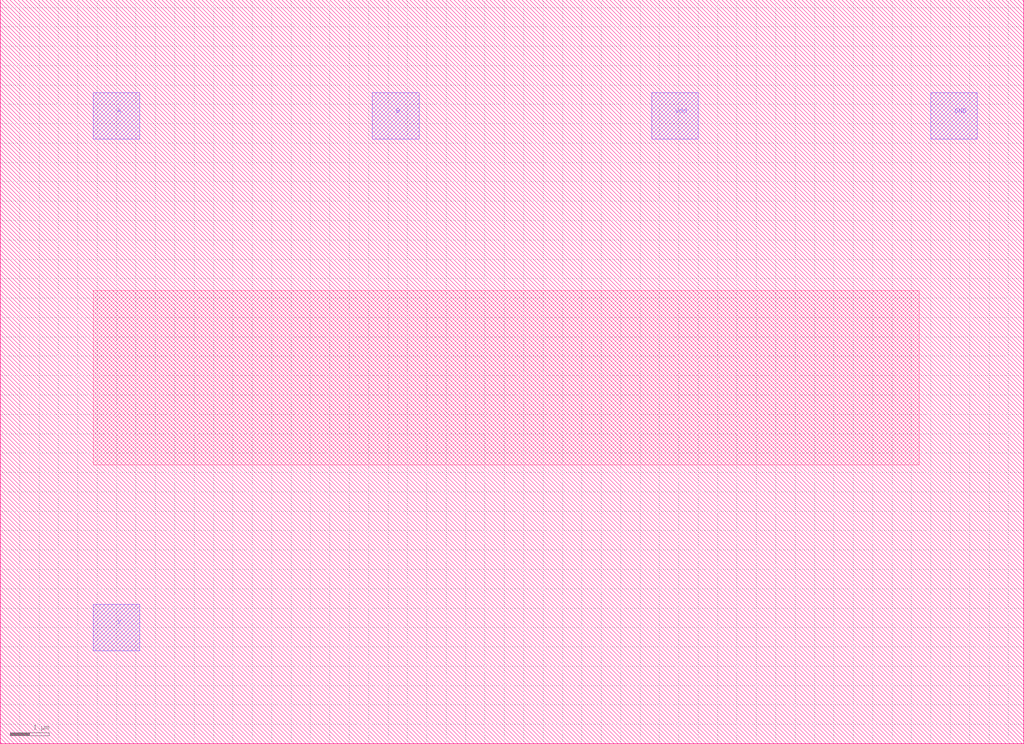
<source format=lef>
VERSION 5.6 ;

BUSBITCHARS "[]" ;

DIVIDERCHAR "/" ;

UNITS
    DATABASE MICRONS 2000 ;
END UNITS

MANUFACTURINGGRID 0.000500 ; 

CLEARANCEMEASURE EUCLIDEAN ; 

USEMINSPACING OBS ON ; 

SITE CoreSite
    CLASS CORE ;
    SIZE 2.400000 BY 2.400000 ;
END CoreSite

LAYER m1
   TYPE ROUTING ;
   DIRECTION VERTICAL ;
   MINWIDTH 1.200000 ;
   AREA 0.810000 ;
   WIDTH 1.200000 ;
   SPACINGTABLE
      PARALLELRUNLENGTH 0.0
      WIDTH 0.0 1.200000 ;
   PITCH 2.400000 2.400000 ;
END m1

LAYER v1
    TYPE CUT ;
    SPACING 0.900000 ;
    WIDTH 0.600000 ;
    ENCLOSURE ABOVE 0.300000 0.300000 ;
    ENCLOSURE BELOW 0.300000 0.300000 ;
END v1

LAYER m2
   TYPE ROUTING ;
   DIRECTION HORIZONTAL ;
   MINWIDTH 1.200000 ;
   AREA 0.810000 ;
   WIDTH 1.200000 ;
   SPACINGTABLE
      PARALLELRUNLENGTH 0.0
      WIDTH 0.0 1.200000 ;
   PITCH 2.400000 2.400000 ;
END m2

LAYER v2
    TYPE CUT ;
    SPACING 0.900000 ;
    WIDTH 0.600000 ;
    ENCLOSURE ABOVE 0.300000 0.300000 ;
    ENCLOSURE BELOW 0.300000 0.300000 ;
END v2

LAYER m3
   TYPE ROUTING ;
   DIRECTION VERTICAL ;
   MINWIDTH 1.800000 ;
   AREA 2.250000 ;
   WIDTH 1.800000 ;
   SPACINGTABLE
      PARALLELRUNLENGTH 0.0
      WIDTH 0.0 1.200000 ;
   PITCH 3.000000 3.000000 ;
END m3

LAYER OVERLAP
   TYPE OVERLAP ;
END OVERLAP

VIA v1_C DEFAULT
   LAYER m1 ;
     RECT -0.600000 -0.600000 0.600000 0.600000 ;
   LAYER v1 ;
     RECT -0.300000 -0.300000 0.300000 0.300000 ;
   LAYER m2 ;
     RECT -2.000000 -0.600000 2.000000 0.600000 ;
END v1_C

VIA v2_C DEFAULT
   LAYER m2 ;
     RECT -0.600000 -0.600000 0.600000 0.600000 ;
   LAYER v2 ;
     RECT -0.300000 -0.300000 0.300000 0.300000 ;
   LAYER m3 ;
     RECT -0.600000 -2.000000 0.600000 2.000000 ;
END v2_C

MACRO XOR2X1
    CLASS CORE ;
    FOREIGN XOR2X1 0.000000 0.000000 ;
    ORIGIN 0.000000 0.000000 ;
    SIZE 26.400000 BY 19.200000 ;
    SYMMETRY X Y ;
    SITE CoreSite ;
    PIN A
        DIRECTION INPUT ;
        USE SIGNAL ;
        PORT
        LAYER m2 ;
        RECT 2.400000 15.600000 3.600000 16.800000 ;
        END
    END A
    PIN B
        DIRECTION INPUT ;
        USE SIGNAL ;
        PORT
        LAYER m2 ;
        RECT 9.600000 15.600000 10.800000 16.800000 ;
        END
    END B
    PIN Y
        DIRECTION OUTPUT ;
        USE SIGNAL ;
        PORT
        LAYER m2 ;
        RECT 2.400000 2.400000 3.600000 3.600000 ;
        END
        ANTENNADIFFAREA 16.200000 ;
    END Y
    PIN Vdd
        DIRECTION INPUT ;
        USE POWER ;
        PORT
        LAYER m2 ;
        RECT 16.800000 15.600000 18.000000 16.800000 ;
        END
        ANTENNADIFFAREA 16.200000 ;
    END Vdd
    PIN GND
        DIRECTION INPUT ;
        USE GROUND ;
        PORT
        LAYER m2 ;
        RECT 24.000000 15.600000 25.200000 16.800000 ;
        END
        ANTENNADIFFAREA 8.100000 ;
    END GND
    OBS
      LAYER m1 ;
         RECT 2.400000 7.200000 23.700000 11.700000 ;
    END
END XOR2X1

MACRO welltap_svt
    CLASS CORE WELLTAP ;
    FOREIGN welltap_svt 0.000000 0.000000 ;
    ORIGIN 0.000000 0.000000 ;
    SIZE 4.800000 BY 12.000000 ;
    SYMMETRY X Y ;
    SITE CoreSite ;
    PIN Vdd
        DIRECTION INPUT ;
        USE POWER ;
        PORT
        LAYER m2 ;
        RECT 2.400000 8.400000 3.600000 9.600000 ;
        END
    END Vdd
    PIN GND
        DIRECTION INPUT ;
        USE GROUND ;
        PORT
        LAYER m2 ;
        RECT 2.400000 2.400000 3.600000 3.600000 ;
        END
    END GND
END welltap_svt


</source>
